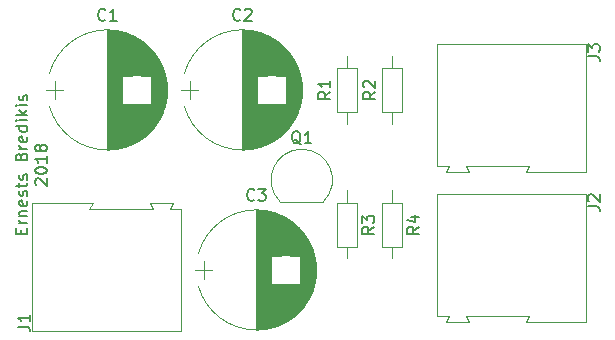
<source format=gbr>
G04 #@! TF.FileFunction,Legend,Top*
%FSLAX46Y46*%
G04 Gerber Fmt 4.6, Leading zero omitted, Abs format (unit mm)*
G04 Created by KiCad (PCBNEW 4.0.7) date 05/02/18 11:03:43*
%MOMM*%
%LPD*%
G01*
G04 APERTURE LIST*
%ADD10C,0.100000*%
%ADD11C,0.150000*%
%ADD12C,0.120000*%
%ADD13C,1.800000*%
%ADD14O,1.800000X1.800000*%
%ADD15R,2.400000X2.400000*%
%ADD16C,2.400000*%
%ADD17C,1.400000*%
%ADD18R,1.400000X1.400000*%
%ADD19R,4.360000X2.380000*%
%ADD20O,4.360000X2.380000*%
G04 APERTURE END LIST*
D10*
D11*
X121023571Y-109997144D02*
X121023571Y-109663810D01*
X121547381Y-109520953D02*
X121547381Y-109997144D01*
X120547381Y-109997144D01*
X120547381Y-109520953D01*
X121547381Y-109092382D02*
X120880714Y-109092382D01*
X121071190Y-109092382D02*
X120975952Y-109044763D01*
X120928333Y-108997144D01*
X120880714Y-108901906D01*
X120880714Y-108806667D01*
X120880714Y-108473334D02*
X121547381Y-108473334D01*
X120975952Y-108473334D02*
X120928333Y-108425715D01*
X120880714Y-108330477D01*
X120880714Y-108187619D01*
X120928333Y-108092381D01*
X121023571Y-108044762D01*
X121547381Y-108044762D01*
X121499762Y-107187619D02*
X121547381Y-107282857D01*
X121547381Y-107473334D01*
X121499762Y-107568572D01*
X121404524Y-107616191D01*
X121023571Y-107616191D01*
X120928333Y-107568572D01*
X120880714Y-107473334D01*
X120880714Y-107282857D01*
X120928333Y-107187619D01*
X121023571Y-107140000D01*
X121118810Y-107140000D01*
X121214048Y-107616191D01*
X121499762Y-106759048D02*
X121547381Y-106663810D01*
X121547381Y-106473334D01*
X121499762Y-106378095D01*
X121404524Y-106330476D01*
X121356905Y-106330476D01*
X121261667Y-106378095D01*
X121214048Y-106473334D01*
X121214048Y-106616191D01*
X121166429Y-106711429D01*
X121071190Y-106759048D01*
X121023571Y-106759048D01*
X120928333Y-106711429D01*
X120880714Y-106616191D01*
X120880714Y-106473334D01*
X120928333Y-106378095D01*
X120880714Y-106044762D02*
X120880714Y-105663810D01*
X120547381Y-105901905D02*
X121404524Y-105901905D01*
X121499762Y-105854286D01*
X121547381Y-105759048D01*
X121547381Y-105663810D01*
X121499762Y-105378095D02*
X121547381Y-105282857D01*
X121547381Y-105092381D01*
X121499762Y-104997142D01*
X121404524Y-104949523D01*
X121356905Y-104949523D01*
X121261667Y-104997142D01*
X121214048Y-105092381D01*
X121214048Y-105235238D01*
X121166429Y-105330476D01*
X121071190Y-105378095D01*
X121023571Y-105378095D01*
X120928333Y-105330476D01*
X120880714Y-105235238D01*
X120880714Y-105092381D01*
X120928333Y-104997142D01*
X121023571Y-103425713D02*
X121071190Y-103282856D01*
X121118810Y-103235237D01*
X121214048Y-103187618D01*
X121356905Y-103187618D01*
X121452143Y-103235237D01*
X121499762Y-103282856D01*
X121547381Y-103378094D01*
X121547381Y-103759047D01*
X120547381Y-103759047D01*
X120547381Y-103425713D01*
X120595000Y-103330475D01*
X120642619Y-103282856D01*
X120737857Y-103235237D01*
X120833095Y-103235237D01*
X120928333Y-103282856D01*
X120975952Y-103330475D01*
X121023571Y-103425713D01*
X121023571Y-103759047D01*
X121547381Y-102759047D02*
X120880714Y-102759047D01*
X121071190Y-102759047D02*
X120975952Y-102711428D01*
X120928333Y-102663809D01*
X120880714Y-102568571D01*
X120880714Y-102473332D01*
X121499762Y-101759046D02*
X121547381Y-101854284D01*
X121547381Y-102044761D01*
X121499762Y-102139999D01*
X121404524Y-102187618D01*
X121023571Y-102187618D01*
X120928333Y-102139999D01*
X120880714Y-102044761D01*
X120880714Y-101854284D01*
X120928333Y-101759046D01*
X121023571Y-101711427D01*
X121118810Y-101711427D01*
X121214048Y-102187618D01*
X121547381Y-100854284D02*
X120547381Y-100854284D01*
X121499762Y-100854284D02*
X121547381Y-100949522D01*
X121547381Y-101139999D01*
X121499762Y-101235237D01*
X121452143Y-101282856D01*
X121356905Y-101330475D01*
X121071190Y-101330475D01*
X120975952Y-101282856D01*
X120928333Y-101235237D01*
X120880714Y-101139999D01*
X120880714Y-100949522D01*
X120928333Y-100854284D01*
X121547381Y-100378094D02*
X120880714Y-100378094D01*
X120547381Y-100378094D02*
X120595000Y-100425713D01*
X120642619Y-100378094D01*
X120595000Y-100330475D01*
X120547381Y-100378094D01*
X120642619Y-100378094D01*
X121547381Y-99901904D02*
X120547381Y-99901904D01*
X121166429Y-99806666D02*
X121547381Y-99520951D01*
X120880714Y-99520951D02*
X121261667Y-99901904D01*
X121547381Y-99092380D02*
X120880714Y-99092380D01*
X120547381Y-99092380D02*
X120595000Y-99139999D01*
X120642619Y-99092380D01*
X120595000Y-99044761D01*
X120547381Y-99092380D01*
X120642619Y-99092380D01*
X121499762Y-98663809D02*
X121547381Y-98568571D01*
X121547381Y-98378095D01*
X121499762Y-98282856D01*
X121404524Y-98235237D01*
X121356905Y-98235237D01*
X121261667Y-98282856D01*
X121214048Y-98378095D01*
X121214048Y-98520952D01*
X121166429Y-98616190D01*
X121071190Y-98663809D01*
X121023571Y-98663809D01*
X120928333Y-98616190D01*
X120880714Y-98520952D01*
X120880714Y-98378095D01*
X120928333Y-98282856D01*
X122292619Y-105854286D02*
X122245000Y-105806667D01*
X122197381Y-105711429D01*
X122197381Y-105473333D01*
X122245000Y-105378095D01*
X122292619Y-105330476D01*
X122387857Y-105282857D01*
X122483095Y-105282857D01*
X122625952Y-105330476D01*
X123197381Y-105901905D01*
X123197381Y-105282857D01*
X122197381Y-104663810D02*
X122197381Y-104568571D01*
X122245000Y-104473333D01*
X122292619Y-104425714D01*
X122387857Y-104378095D01*
X122578333Y-104330476D01*
X122816429Y-104330476D01*
X123006905Y-104378095D01*
X123102143Y-104425714D01*
X123149762Y-104473333D01*
X123197381Y-104568571D01*
X123197381Y-104663810D01*
X123149762Y-104759048D01*
X123102143Y-104806667D01*
X123006905Y-104854286D01*
X122816429Y-104901905D01*
X122578333Y-104901905D01*
X122387857Y-104854286D01*
X122292619Y-104806667D01*
X122245000Y-104759048D01*
X122197381Y-104663810D01*
X123197381Y-103378095D02*
X123197381Y-103949524D01*
X123197381Y-103663810D02*
X122197381Y-103663810D01*
X122340238Y-103759048D01*
X122435476Y-103854286D01*
X122483095Y-103949524D01*
X122625952Y-102806667D02*
X122578333Y-102901905D01*
X122530714Y-102949524D01*
X122435476Y-102997143D01*
X122387857Y-102997143D01*
X122292619Y-102949524D01*
X122245000Y-102901905D01*
X122197381Y-102806667D01*
X122197381Y-102616190D01*
X122245000Y-102520952D01*
X122292619Y-102473333D01*
X122387857Y-102425714D01*
X122435476Y-102425714D01*
X122530714Y-102473333D01*
X122578333Y-102520952D01*
X122625952Y-102616190D01*
X122625952Y-102806667D01*
X122673571Y-102901905D01*
X122721190Y-102949524D01*
X122816429Y-102997143D01*
X123006905Y-102997143D01*
X123102143Y-102949524D01*
X123149762Y-102901905D01*
X123197381Y-102806667D01*
X123197381Y-102616190D01*
X123149762Y-102520952D01*
X123102143Y-102473333D01*
X123006905Y-102425714D01*
X122816429Y-102425714D01*
X122721190Y-102473333D01*
X122673571Y-102520952D01*
X122625952Y-102616190D01*
D12*
X147730000Y-99650000D02*
X149450000Y-99650000D01*
X149450000Y-99650000D02*
X149450000Y-95930000D01*
X149450000Y-95930000D02*
X147730000Y-95930000D01*
X147730000Y-95930000D02*
X147730000Y-99650000D01*
X148590000Y-100720000D02*
X148590000Y-99650000D01*
X148590000Y-94860000D02*
X148590000Y-95930000D01*
X133208437Y-96406736D02*
G75*
G03X123410643Y-96410000I-4898437J-1383264D01*
G01*
X133208437Y-99173264D02*
G75*
G02X123410643Y-99170000I-4898437J1383264D01*
G01*
X133208437Y-99173264D02*
G75*
G03X133209357Y-96410000I-4898437J1383264D01*
G01*
X128310000Y-92740000D02*
X128310000Y-102840000D01*
X128350000Y-92740000D02*
X128350000Y-102840000D01*
X128390000Y-92740000D02*
X128390000Y-102840000D01*
X128430000Y-92741000D02*
X128430000Y-102839000D01*
X128470000Y-92742000D02*
X128470000Y-102838000D01*
X128510000Y-92743000D02*
X128510000Y-102837000D01*
X128550000Y-92745000D02*
X128550000Y-102835000D01*
X128590000Y-92747000D02*
X128590000Y-102833000D01*
X128630000Y-92750000D02*
X128630000Y-102830000D01*
X128670000Y-92752000D02*
X128670000Y-102828000D01*
X128710000Y-92755000D02*
X128710000Y-102825000D01*
X128750000Y-92759000D02*
X128750000Y-102821000D01*
X128790000Y-92762000D02*
X128790000Y-102818000D01*
X128830000Y-92766000D02*
X128830000Y-102814000D01*
X128870000Y-92770000D02*
X128870000Y-102810000D01*
X128910000Y-92775000D02*
X128910000Y-102805000D01*
X128950000Y-92780000D02*
X128950000Y-102800000D01*
X128990000Y-92785000D02*
X128990000Y-102795000D01*
X129031000Y-92791000D02*
X129031000Y-102789000D01*
X129071000Y-92797000D02*
X129071000Y-102783000D01*
X129111000Y-92803000D02*
X129111000Y-102777000D01*
X129151000Y-92809000D02*
X129151000Y-102771000D01*
X129191000Y-92816000D02*
X129191000Y-102764000D01*
X129231000Y-92823000D02*
X129231000Y-102757000D01*
X129271000Y-92831000D02*
X129271000Y-102749000D01*
X129311000Y-92839000D02*
X129311000Y-102741000D01*
X129351000Y-92847000D02*
X129351000Y-102733000D01*
X129391000Y-92855000D02*
X129391000Y-102725000D01*
X129431000Y-92864000D02*
X129431000Y-102716000D01*
X129471000Y-92873000D02*
X129471000Y-102707000D01*
X129511000Y-92883000D02*
X129511000Y-102697000D01*
X129551000Y-92893000D02*
X129551000Y-102687000D01*
X129591000Y-92903000D02*
X129591000Y-102677000D01*
X129631000Y-92914000D02*
X129631000Y-96609000D01*
X129631000Y-98971000D02*
X129631000Y-102666000D01*
X129671000Y-92925000D02*
X129671000Y-96609000D01*
X129671000Y-98971000D02*
X129671000Y-102655000D01*
X129711000Y-92936000D02*
X129711000Y-96609000D01*
X129711000Y-98971000D02*
X129711000Y-102644000D01*
X129751000Y-92947000D02*
X129751000Y-96609000D01*
X129751000Y-98971000D02*
X129751000Y-102633000D01*
X129791000Y-92959000D02*
X129791000Y-96609000D01*
X129791000Y-98971000D02*
X129791000Y-102621000D01*
X129831000Y-92972000D02*
X129831000Y-96609000D01*
X129831000Y-98971000D02*
X129831000Y-102608000D01*
X129871000Y-92984000D02*
X129871000Y-96609000D01*
X129871000Y-98971000D02*
X129871000Y-102596000D01*
X129911000Y-92998000D02*
X129911000Y-96609000D01*
X129911000Y-98971000D02*
X129911000Y-102582000D01*
X129951000Y-93011000D02*
X129951000Y-96609000D01*
X129951000Y-98971000D02*
X129951000Y-102569000D01*
X129991000Y-93025000D02*
X129991000Y-96609000D01*
X129991000Y-98971000D02*
X129991000Y-102555000D01*
X130031000Y-93039000D02*
X130031000Y-96609000D01*
X130031000Y-98971000D02*
X130031000Y-102541000D01*
X130071000Y-93053000D02*
X130071000Y-96609000D01*
X130071000Y-98971000D02*
X130071000Y-102527000D01*
X130111000Y-93068000D02*
X130111000Y-96609000D01*
X130111000Y-98971000D02*
X130111000Y-102512000D01*
X130151000Y-93084000D02*
X130151000Y-96609000D01*
X130151000Y-98971000D02*
X130151000Y-102496000D01*
X130191000Y-93099000D02*
X130191000Y-96609000D01*
X130191000Y-98971000D02*
X130191000Y-102481000D01*
X130231000Y-93116000D02*
X130231000Y-96609000D01*
X130231000Y-98971000D02*
X130231000Y-102464000D01*
X130271000Y-93132000D02*
X130271000Y-96609000D01*
X130271000Y-98971000D02*
X130271000Y-102448000D01*
X130311000Y-93149000D02*
X130311000Y-96609000D01*
X130311000Y-98971000D02*
X130311000Y-102431000D01*
X130351000Y-93166000D02*
X130351000Y-96609000D01*
X130351000Y-98971000D02*
X130351000Y-102414000D01*
X130391000Y-93184000D02*
X130391000Y-96609000D01*
X130391000Y-98971000D02*
X130391000Y-102396000D01*
X130431000Y-93202000D02*
X130431000Y-96609000D01*
X130431000Y-98971000D02*
X130431000Y-102378000D01*
X130471000Y-93221000D02*
X130471000Y-96609000D01*
X130471000Y-98971000D02*
X130471000Y-102359000D01*
X130511000Y-93240000D02*
X130511000Y-96609000D01*
X130511000Y-98971000D02*
X130511000Y-102340000D01*
X130551000Y-93259000D02*
X130551000Y-96609000D01*
X130551000Y-98971000D02*
X130551000Y-102321000D01*
X130591000Y-93279000D02*
X130591000Y-96609000D01*
X130591000Y-98971000D02*
X130591000Y-102301000D01*
X130631000Y-93299000D02*
X130631000Y-96609000D01*
X130631000Y-98971000D02*
X130631000Y-102281000D01*
X130671000Y-93320000D02*
X130671000Y-96609000D01*
X130671000Y-98971000D02*
X130671000Y-102260000D01*
X130711000Y-93341000D02*
X130711000Y-96609000D01*
X130711000Y-98971000D02*
X130711000Y-102239000D01*
X130751000Y-93362000D02*
X130751000Y-96609000D01*
X130751000Y-98971000D02*
X130751000Y-102218000D01*
X130791000Y-93385000D02*
X130791000Y-96609000D01*
X130791000Y-98971000D02*
X130791000Y-102195000D01*
X130831000Y-93407000D02*
X130831000Y-96609000D01*
X130831000Y-98971000D02*
X130831000Y-102173000D01*
X130871000Y-93430000D02*
X130871000Y-96609000D01*
X130871000Y-98971000D02*
X130871000Y-102150000D01*
X130911000Y-93454000D02*
X130911000Y-96609000D01*
X130911000Y-98971000D02*
X130911000Y-102126000D01*
X130951000Y-93478000D02*
X130951000Y-96609000D01*
X130951000Y-98971000D02*
X130951000Y-102102000D01*
X130991000Y-93502000D02*
X130991000Y-96609000D01*
X130991000Y-98971000D02*
X130991000Y-102078000D01*
X131031000Y-93527000D02*
X131031000Y-96609000D01*
X131031000Y-98971000D02*
X131031000Y-102053000D01*
X131071000Y-93553000D02*
X131071000Y-96609000D01*
X131071000Y-98971000D02*
X131071000Y-102027000D01*
X131111000Y-93579000D02*
X131111000Y-96609000D01*
X131111000Y-98971000D02*
X131111000Y-102001000D01*
X131151000Y-93605000D02*
X131151000Y-96609000D01*
X131151000Y-98971000D02*
X131151000Y-101975000D01*
X131191000Y-93633000D02*
X131191000Y-96609000D01*
X131191000Y-98971000D02*
X131191000Y-101947000D01*
X131231000Y-93660000D02*
X131231000Y-96609000D01*
X131231000Y-98971000D02*
X131231000Y-101920000D01*
X131271000Y-93689000D02*
X131271000Y-96609000D01*
X131271000Y-98971000D02*
X131271000Y-101891000D01*
X131311000Y-93718000D02*
X131311000Y-96609000D01*
X131311000Y-98971000D02*
X131311000Y-101862000D01*
X131351000Y-93747000D02*
X131351000Y-96609000D01*
X131351000Y-98971000D02*
X131351000Y-101833000D01*
X131391000Y-93777000D02*
X131391000Y-96609000D01*
X131391000Y-98971000D02*
X131391000Y-101803000D01*
X131431000Y-93808000D02*
X131431000Y-96609000D01*
X131431000Y-98971000D02*
X131431000Y-101772000D01*
X131471000Y-93839000D02*
X131471000Y-96609000D01*
X131471000Y-98971000D02*
X131471000Y-101741000D01*
X131511000Y-93871000D02*
X131511000Y-96609000D01*
X131511000Y-98971000D02*
X131511000Y-101709000D01*
X131551000Y-93904000D02*
X131551000Y-96609000D01*
X131551000Y-98971000D02*
X131551000Y-101676000D01*
X131591000Y-93937000D02*
X131591000Y-96609000D01*
X131591000Y-98971000D02*
X131591000Y-101643000D01*
X131631000Y-93971000D02*
X131631000Y-96609000D01*
X131631000Y-98971000D02*
X131631000Y-101609000D01*
X131671000Y-94006000D02*
X131671000Y-96609000D01*
X131671000Y-98971000D02*
X131671000Y-101574000D01*
X131711000Y-94042000D02*
X131711000Y-96609000D01*
X131711000Y-98971000D02*
X131711000Y-101538000D01*
X131751000Y-94078000D02*
X131751000Y-96609000D01*
X131751000Y-98971000D02*
X131751000Y-101502000D01*
X131791000Y-94115000D02*
X131791000Y-96609000D01*
X131791000Y-98971000D02*
X131791000Y-101465000D01*
X131831000Y-94153000D02*
X131831000Y-96609000D01*
X131831000Y-98971000D02*
X131831000Y-101427000D01*
X131871000Y-94192000D02*
X131871000Y-96609000D01*
X131871000Y-98971000D02*
X131871000Y-101388000D01*
X131911000Y-94231000D02*
X131911000Y-96609000D01*
X131911000Y-98971000D02*
X131911000Y-101349000D01*
X131951000Y-94272000D02*
X131951000Y-96609000D01*
X131951000Y-98971000D02*
X131951000Y-101308000D01*
X131991000Y-94313000D02*
X131991000Y-101267000D01*
X132031000Y-94355000D02*
X132031000Y-101225000D01*
X132071000Y-94399000D02*
X132071000Y-101181000D01*
X132111000Y-94443000D02*
X132111000Y-101137000D01*
X132151000Y-94488000D02*
X132151000Y-101092000D01*
X132191000Y-94535000D02*
X132191000Y-101045000D01*
X132231000Y-94583000D02*
X132231000Y-100997000D01*
X132271000Y-94632000D02*
X132271000Y-100948000D01*
X132311000Y-94682000D02*
X132311000Y-100898000D01*
X132351000Y-94733000D02*
X132351000Y-100847000D01*
X132391000Y-94786000D02*
X132391000Y-100794000D01*
X132431000Y-94841000D02*
X132431000Y-100739000D01*
X132471000Y-94896000D02*
X132471000Y-100684000D01*
X132511000Y-94954000D02*
X132511000Y-100626000D01*
X132551000Y-95013000D02*
X132551000Y-100567000D01*
X132591000Y-95075000D02*
X132591000Y-100505000D01*
X132631000Y-95138000D02*
X132631000Y-100442000D01*
X132671000Y-95203000D02*
X132671000Y-100377000D01*
X132711000Y-95271000D02*
X132711000Y-100309000D01*
X132751000Y-95341000D02*
X132751000Y-100239000D01*
X132791000Y-95413000D02*
X132791000Y-100167000D01*
X132831000Y-95489000D02*
X132831000Y-100091000D01*
X132871000Y-95568000D02*
X132871000Y-100012000D01*
X132911000Y-95650000D02*
X132911000Y-99930000D01*
X132951000Y-95737000D02*
X132951000Y-99843000D01*
X132991000Y-95828000D02*
X132991000Y-99752000D01*
X133031000Y-95924000D02*
X133031000Y-99656000D01*
X133071000Y-96027000D02*
X133071000Y-99553000D01*
X133111000Y-96136000D02*
X133111000Y-99444000D01*
X133151000Y-96254000D02*
X133151000Y-99326000D01*
X133191000Y-96383000D02*
X133191000Y-99197000D01*
X133231000Y-96525000D02*
X133231000Y-99055000D01*
X133271000Y-96686000D02*
X133271000Y-98894000D01*
X133311000Y-96877000D02*
X133311000Y-98703000D01*
X133351000Y-97118000D02*
X133351000Y-98462000D01*
X133391000Y-97511000D02*
X133391000Y-98069000D01*
X123110000Y-97790000D02*
X124610000Y-97790000D01*
X123860000Y-97040000D02*
X123860000Y-98540000D01*
X142980000Y-107260000D02*
X146580000Y-107260000D01*
X142941522Y-107248478D02*
G75*
G02X144780000Y-102810000I1838478J1838478D01*
G01*
X146618478Y-107248478D02*
G75*
G03X144780000Y-102810000I-1838478J1838478D01*
G01*
X144638437Y-96406736D02*
G75*
G03X134840643Y-96410000I-4898437J-1383264D01*
G01*
X144638437Y-99173264D02*
G75*
G02X134840643Y-99170000I-4898437J1383264D01*
G01*
X144638437Y-99173264D02*
G75*
G03X144639357Y-96410000I-4898437J1383264D01*
G01*
X139740000Y-92740000D02*
X139740000Y-102840000D01*
X139780000Y-92740000D02*
X139780000Y-102840000D01*
X139820000Y-92740000D02*
X139820000Y-102840000D01*
X139860000Y-92741000D02*
X139860000Y-102839000D01*
X139900000Y-92742000D02*
X139900000Y-102838000D01*
X139940000Y-92743000D02*
X139940000Y-102837000D01*
X139980000Y-92745000D02*
X139980000Y-102835000D01*
X140020000Y-92747000D02*
X140020000Y-102833000D01*
X140060000Y-92750000D02*
X140060000Y-102830000D01*
X140100000Y-92752000D02*
X140100000Y-102828000D01*
X140140000Y-92755000D02*
X140140000Y-102825000D01*
X140180000Y-92759000D02*
X140180000Y-102821000D01*
X140220000Y-92762000D02*
X140220000Y-102818000D01*
X140260000Y-92766000D02*
X140260000Y-102814000D01*
X140300000Y-92770000D02*
X140300000Y-102810000D01*
X140340000Y-92775000D02*
X140340000Y-102805000D01*
X140380000Y-92780000D02*
X140380000Y-102800000D01*
X140420000Y-92785000D02*
X140420000Y-102795000D01*
X140461000Y-92791000D02*
X140461000Y-102789000D01*
X140501000Y-92797000D02*
X140501000Y-102783000D01*
X140541000Y-92803000D02*
X140541000Y-102777000D01*
X140581000Y-92809000D02*
X140581000Y-102771000D01*
X140621000Y-92816000D02*
X140621000Y-102764000D01*
X140661000Y-92823000D02*
X140661000Y-102757000D01*
X140701000Y-92831000D02*
X140701000Y-102749000D01*
X140741000Y-92839000D02*
X140741000Y-102741000D01*
X140781000Y-92847000D02*
X140781000Y-102733000D01*
X140821000Y-92855000D02*
X140821000Y-102725000D01*
X140861000Y-92864000D02*
X140861000Y-102716000D01*
X140901000Y-92873000D02*
X140901000Y-102707000D01*
X140941000Y-92883000D02*
X140941000Y-102697000D01*
X140981000Y-92893000D02*
X140981000Y-102687000D01*
X141021000Y-92903000D02*
X141021000Y-102677000D01*
X141061000Y-92914000D02*
X141061000Y-96609000D01*
X141061000Y-98971000D02*
X141061000Y-102666000D01*
X141101000Y-92925000D02*
X141101000Y-96609000D01*
X141101000Y-98971000D02*
X141101000Y-102655000D01*
X141141000Y-92936000D02*
X141141000Y-96609000D01*
X141141000Y-98971000D02*
X141141000Y-102644000D01*
X141181000Y-92947000D02*
X141181000Y-96609000D01*
X141181000Y-98971000D02*
X141181000Y-102633000D01*
X141221000Y-92959000D02*
X141221000Y-96609000D01*
X141221000Y-98971000D02*
X141221000Y-102621000D01*
X141261000Y-92972000D02*
X141261000Y-96609000D01*
X141261000Y-98971000D02*
X141261000Y-102608000D01*
X141301000Y-92984000D02*
X141301000Y-96609000D01*
X141301000Y-98971000D02*
X141301000Y-102596000D01*
X141341000Y-92998000D02*
X141341000Y-96609000D01*
X141341000Y-98971000D02*
X141341000Y-102582000D01*
X141381000Y-93011000D02*
X141381000Y-96609000D01*
X141381000Y-98971000D02*
X141381000Y-102569000D01*
X141421000Y-93025000D02*
X141421000Y-96609000D01*
X141421000Y-98971000D02*
X141421000Y-102555000D01*
X141461000Y-93039000D02*
X141461000Y-96609000D01*
X141461000Y-98971000D02*
X141461000Y-102541000D01*
X141501000Y-93053000D02*
X141501000Y-96609000D01*
X141501000Y-98971000D02*
X141501000Y-102527000D01*
X141541000Y-93068000D02*
X141541000Y-96609000D01*
X141541000Y-98971000D02*
X141541000Y-102512000D01*
X141581000Y-93084000D02*
X141581000Y-96609000D01*
X141581000Y-98971000D02*
X141581000Y-102496000D01*
X141621000Y-93099000D02*
X141621000Y-96609000D01*
X141621000Y-98971000D02*
X141621000Y-102481000D01*
X141661000Y-93116000D02*
X141661000Y-96609000D01*
X141661000Y-98971000D02*
X141661000Y-102464000D01*
X141701000Y-93132000D02*
X141701000Y-96609000D01*
X141701000Y-98971000D02*
X141701000Y-102448000D01*
X141741000Y-93149000D02*
X141741000Y-96609000D01*
X141741000Y-98971000D02*
X141741000Y-102431000D01*
X141781000Y-93166000D02*
X141781000Y-96609000D01*
X141781000Y-98971000D02*
X141781000Y-102414000D01*
X141821000Y-93184000D02*
X141821000Y-96609000D01*
X141821000Y-98971000D02*
X141821000Y-102396000D01*
X141861000Y-93202000D02*
X141861000Y-96609000D01*
X141861000Y-98971000D02*
X141861000Y-102378000D01*
X141901000Y-93221000D02*
X141901000Y-96609000D01*
X141901000Y-98971000D02*
X141901000Y-102359000D01*
X141941000Y-93240000D02*
X141941000Y-96609000D01*
X141941000Y-98971000D02*
X141941000Y-102340000D01*
X141981000Y-93259000D02*
X141981000Y-96609000D01*
X141981000Y-98971000D02*
X141981000Y-102321000D01*
X142021000Y-93279000D02*
X142021000Y-96609000D01*
X142021000Y-98971000D02*
X142021000Y-102301000D01*
X142061000Y-93299000D02*
X142061000Y-96609000D01*
X142061000Y-98971000D02*
X142061000Y-102281000D01*
X142101000Y-93320000D02*
X142101000Y-96609000D01*
X142101000Y-98971000D02*
X142101000Y-102260000D01*
X142141000Y-93341000D02*
X142141000Y-96609000D01*
X142141000Y-98971000D02*
X142141000Y-102239000D01*
X142181000Y-93362000D02*
X142181000Y-96609000D01*
X142181000Y-98971000D02*
X142181000Y-102218000D01*
X142221000Y-93385000D02*
X142221000Y-96609000D01*
X142221000Y-98971000D02*
X142221000Y-102195000D01*
X142261000Y-93407000D02*
X142261000Y-96609000D01*
X142261000Y-98971000D02*
X142261000Y-102173000D01*
X142301000Y-93430000D02*
X142301000Y-96609000D01*
X142301000Y-98971000D02*
X142301000Y-102150000D01*
X142341000Y-93454000D02*
X142341000Y-96609000D01*
X142341000Y-98971000D02*
X142341000Y-102126000D01*
X142381000Y-93478000D02*
X142381000Y-96609000D01*
X142381000Y-98971000D02*
X142381000Y-102102000D01*
X142421000Y-93502000D02*
X142421000Y-96609000D01*
X142421000Y-98971000D02*
X142421000Y-102078000D01*
X142461000Y-93527000D02*
X142461000Y-96609000D01*
X142461000Y-98971000D02*
X142461000Y-102053000D01*
X142501000Y-93553000D02*
X142501000Y-96609000D01*
X142501000Y-98971000D02*
X142501000Y-102027000D01*
X142541000Y-93579000D02*
X142541000Y-96609000D01*
X142541000Y-98971000D02*
X142541000Y-102001000D01*
X142581000Y-93605000D02*
X142581000Y-96609000D01*
X142581000Y-98971000D02*
X142581000Y-101975000D01*
X142621000Y-93633000D02*
X142621000Y-96609000D01*
X142621000Y-98971000D02*
X142621000Y-101947000D01*
X142661000Y-93660000D02*
X142661000Y-96609000D01*
X142661000Y-98971000D02*
X142661000Y-101920000D01*
X142701000Y-93689000D02*
X142701000Y-96609000D01*
X142701000Y-98971000D02*
X142701000Y-101891000D01*
X142741000Y-93718000D02*
X142741000Y-96609000D01*
X142741000Y-98971000D02*
X142741000Y-101862000D01*
X142781000Y-93747000D02*
X142781000Y-96609000D01*
X142781000Y-98971000D02*
X142781000Y-101833000D01*
X142821000Y-93777000D02*
X142821000Y-96609000D01*
X142821000Y-98971000D02*
X142821000Y-101803000D01*
X142861000Y-93808000D02*
X142861000Y-96609000D01*
X142861000Y-98971000D02*
X142861000Y-101772000D01*
X142901000Y-93839000D02*
X142901000Y-96609000D01*
X142901000Y-98971000D02*
X142901000Y-101741000D01*
X142941000Y-93871000D02*
X142941000Y-96609000D01*
X142941000Y-98971000D02*
X142941000Y-101709000D01*
X142981000Y-93904000D02*
X142981000Y-96609000D01*
X142981000Y-98971000D02*
X142981000Y-101676000D01*
X143021000Y-93937000D02*
X143021000Y-96609000D01*
X143021000Y-98971000D02*
X143021000Y-101643000D01*
X143061000Y-93971000D02*
X143061000Y-96609000D01*
X143061000Y-98971000D02*
X143061000Y-101609000D01*
X143101000Y-94006000D02*
X143101000Y-96609000D01*
X143101000Y-98971000D02*
X143101000Y-101574000D01*
X143141000Y-94042000D02*
X143141000Y-96609000D01*
X143141000Y-98971000D02*
X143141000Y-101538000D01*
X143181000Y-94078000D02*
X143181000Y-96609000D01*
X143181000Y-98971000D02*
X143181000Y-101502000D01*
X143221000Y-94115000D02*
X143221000Y-96609000D01*
X143221000Y-98971000D02*
X143221000Y-101465000D01*
X143261000Y-94153000D02*
X143261000Y-96609000D01*
X143261000Y-98971000D02*
X143261000Y-101427000D01*
X143301000Y-94192000D02*
X143301000Y-96609000D01*
X143301000Y-98971000D02*
X143301000Y-101388000D01*
X143341000Y-94231000D02*
X143341000Y-96609000D01*
X143341000Y-98971000D02*
X143341000Y-101349000D01*
X143381000Y-94272000D02*
X143381000Y-96609000D01*
X143381000Y-98971000D02*
X143381000Y-101308000D01*
X143421000Y-94313000D02*
X143421000Y-101267000D01*
X143461000Y-94355000D02*
X143461000Y-101225000D01*
X143501000Y-94399000D02*
X143501000Y-101181000D01*
X143541000Y-94443000D02*
X143541000Y-101137000D01*
X143581000Y-94488000D02*
X143581000Y-101092000D01*
X143621000Y-94535000D02*
X143621000Y-101045000D01*
X143661000Y-94583000D02*
X143661000Y-100997000D01*
X143701000Y-94632000D02*
X143701000Y-100948000D01*
X143741000Y-94682000D02*
X143741000Y-100898000D01*
X143781000Y-94733000D02*
X143781000Y-100847000D01*
X143821000Y-94786000D02*
X143821000Y-100794000D01*
X143861000Y-94841000D02*
X143861000Y-100739000D01*
X143901000Y-94896000D02*
X143901000Y-100684000D01*
X143941000Y-94954000D02*
X143941000Y-100626000D01*
X143981000Y-95013000D02*
X143981000Y-100567000D01*
X144021000Y-95075000D02*
X144021000Y-100505000D01*
X144061000Y-95138000D02*
X144061000Y-100442000D01*
X144101000Y-95203000D02*
X144101000Y-100377000D01*
X144141000Y-95271000D02*
X144141000Y-100309000D01*
X144181000Y-95341000D02*
X144181000Y-100239000D01*
X144221000Y-95413000D02*
X144221000Y-100167000D01*
X144261000Y-95489000D02*
X144261000Y-100091000D01*
X144301000Y-95568000D02*
X144301000Y-100012000D01*
X144341000Y-95650000D02*
X144341000Y-99930000D01*
X144381000Y-95737000D02*
X144381000Y-99843000D01*
X144421000Y-95828000D02*
X144421000Y-99752000D01*
X144461000Y-95924000D02*
X144461000Y-99656000D01*
X144501000Y-96027000D02*
X144501000Y-99553000D01*
X144541000Y-96136000D02*
X144541000Y-99444000D01*
X144581000Y-96254000D02*
X144581000Y-99326000D01*
X144621000Y-96383000D02*
X144621000Y-99197000D01*
X144661000Y-96525000D02*
X144661000Y-99055000D01*
X144701000Y-96686000D02*
X144701000Y-98894000D01*
X144741000Y-96877000D02*
X144741000Y-98703000D01*
X144781000Y-97118000D02*
X144781000Y-98462000D01*
X144821000Y-97511000D02*
X144821000Y-98069000D01*
X134540000Y-97790000D02*
X136040000Y-97790000D01*
X135290000Y-97040000D02*
X135290000Y-98540000D01*
X168860000Y-93870000D02*
X156260000Y-93870000D01*
X156260000Y-93870000D02*
X156260000Y-104220000D01*
X156260000Y-104220000D02*
X157210000Y-104220000D01*
X157210000Y-104220000D02*
X156960000Y-104720000D01*
X156960000Y-104720000D02*
X158860000Y-104720000D01*
X158860000Y-104720000D02*
X158910000Y-104720000D01*
X158910000Y-104720000D02*
X158660000Y-104220000D01*
X158660000Y-104220000D02*
X164060000Y-104220000D01*
X164060000Y-104220000D02*
X163760000Y-104720000D01*
X163760000Y-104720000D02*
X168860000Y-104720000D01*
X168860000Y-104720000D02*
X168860000Y-93870000D01*
X145828437Y-111646736D02*
G75*
G03X136030643Y-111650000I-4898437J-1383264D01*
G01*
X145828437Y-114413264D02*
G75*
G02X136030643Y-114410000I-4898437J1383264D01*
G01*
X145828437Y-114413264D02*
G75*
G03X145829357Y-111650000I-4898437J1383264D01*
G01*
X140930000Y-107980000D02*
X140930000Y-118080000D01*
X140970000Y-107980000D02*
X140970000Y-118080000D01*
X141010000Y-107980000D02*
X141010000Y-118080000D01*
X141050000Y-107981000D02*
X141050000Y-118079000D01*
X141090000Y-107982000D02*
X141090000Y-118078000D01*
X141130000Y-107983000D02*
X141130000Y-118077000D01*
X141170000Y-107985000D02*
X141170000Y-118075000D01*
X141210000Y-107987000D02*
X141210000Y-118073000D01*
X141250000Y-107990000D02*
X141250000Y-118070000D01*
X141290000Y-107992000D02*
X141290000Y-118068000D01*
X141330000Y-107995000D02*
X141330000Y-118065000D01*
X141370000Y-107999000D02*
X141370000Y-118061000D01*
X141410000Y-108002000D02*
X141410000Y-118058000D01*
X141450000Y-108006000D02*
X141450000Y-118054000D01*
X141490000Y-108010000D02*
X141490000Y-118050000D01*
X141530000Y-108015000D02*
X141530000Y-118045000D01*
X141570000Y-108020000D02*
X141570000Y-118040000D01*
X141610000Y-108025000D02*
X141610000Y-118035000D01*
X141651000Y-108031000D02*
X141651000Y-118029000D01*
X141691000Y-108037000D02*
X141691000Y-118023000D01*
X141731000Y-108043000D02*
X141731000Y-118017000D01*
X141771000Y-108049000D02*
X141771000Y-118011000D01*
X141811000Y-108056000D02*
X141811000Y-118004000D01*
X141851000Y-108063000D02*
X141851000Y-117997000D01*
X141891000Y-108071000D02*
X141891000Y-117989000D01*
X141931000Y-108079000D02*
X141931000Y-117981000D01*
X141971000Y-108087000D02*
X141971000Y-117973000D01*
X142011000Y-108095000D02*
X142011000Y-117965000D01*
X142051000Y-108104000D02*
X142051000Y-117956000D01*
X142091000Y-108113000D02*
X142091000Y-117947000D01*
X142131000Y-108123000D02*
X142131000Y-117937000D01*
X142171000Y-108133000D02*
X142171000Y-117927000D01*
X142211000Y-108143000D02*
X142211000Y-117917000D01*
X142251000Y-108154000D02*
X142251000Y-111849000D01*
X142251000Y-114211000D02*
X142251000Y-117906000D01*
X142291000Y-108165000D02*
X142291000Y-111849000D01*
X142291000Y-114211000D02*
X142291000Y-117895000D01*
X142331000Y-108176000D02*
X142331000Y-111849000D01*
X142331000Y-114211000D02*
X142331000Y-117884000D01*
X142371000Y-108187000D02*
X142371000Y-111849000D01*
X142371000Y-114211000D02*
X142371000Y-117873000D01*
X142411000Y-108199000D02*
X142411000Y-111849000D01*
X142411000Y-114211000D02*
X142411000Y-117861000D01*
X142451000Y-108212000D02*
X142451000Y-111849000D01*
X142451000Y-114211000D02*
X142451000Y-117848000D01*
X142491000Y-108224000D02*
X142491000Y-111849000D01*
X142491000Y-114211000D02*
X142491000Y-117836000D01*
X142531000Y-108238000D02*
X142531000Y-111849000D01*
X142531000Y-114211000D02*
X142531000Y-117822000D01*
X142571000Y-108251000D02*
X142571000Y-111849000D01*
X142571000Y-114211000D02*
X142571000Y-117809000D01*
X142611000Y-108265000D02*
X142611000Y-111849000D01*
X142611000Y-114211000D02*
X142611000Y-117795000D01*
X142651000Y-108279000D02*
X142651000Y-111849000D01*
X142651000Y-114211000D02*
X142651000Y-117781000D01*
X142691000Y-108293000D02*
X142691000Y-111849000D01*
X142691000Y-114211000D02*
X142691000Y-117767000D01*
X142731000Y-108308000D02*
X142731000Y-111849000D01*
X142731000Y-114211000D02*
X142731000Y-117752000D01*
X142771000Y-108324000D02*
X142771000Y-111849000D01*
X142771000Y-114211000D02*
X142771000Y-117736000D01*
X142811000Y-108339000D02*
X142811000Y-111849000D01*
X142811000Y-114211000D02*
X142811000Y-117721000D01*
X142851000Y-108356000D02*
X142851000Y-111849000D01*
X142851000Y-114211000D02*
X142851000Y-117704000D01*
X142891000Y-108372000D02*
X142891000Y-111849000D01*
X142891000Y-114211000D02*
X142891000Y-117688000D01*
X142931000Y-108389000D02*
X142931000Y-111849000D01*
X142931000Y-114211000D02*
X142931000Y-117671000D01*
X142971000Y-108406000D02*
X142971000Y-111849000D01*
X142971000Y-114211000D02*
X142971000Y-117654000D01*
X143011000Y-108424000D02*
X143011000Y-111849000D01*
X143011000Y-114211000D02*
X143011000Y-117636000D01*
X143051000Y-108442000D02*
X143051000Y-111849000D01*
X143051000Y-114211000D02*
X143051000Y-117618000D01*
X143091000Y-108461000D02*
X143091000Y-111849000D01*
X143091000Y-114211000D02*
X143091000Y-117599000D01*
X143131000Y-108480000D02*
X143131000Y-111849000D01*
X143131000Y-114211000D02*
X143131000Y-117580000D01*
X143171000Y-108499000D02*
X143171000Y-111849000D01*
X143171000Y-114211000D02*
X143171000Y-117561000D01*
X143211000Y-108519000D02*
X143211000Y-111849000D01*
X143211000Y-114211000D02*
X143211000Y-117541000D01*
X143251000Y-108539000D02*
X143251000Y-111849000D01*
X143251000Y-114211000D02*
X143251000Y-117521000D01*
X143291000Y-108560000D02*
X143291000Y-111849000D01*
X143291000Y-114211000D02*
X143291000Y-117500000D01*
X143331000Y-108581000D02*
X143331000Y-111849000D01*
X143331000Y-114211000D02*
X143331000Y-117479000D01*
X143371000Y-108602000D02*
X143371000Y-111849000D01*
X143371000Y-114211000D02*
X143371000Y-117458000D01*
X143411000Y-108625000D02*
X143411000Y-111849000D01*
X143411000Y-114211000D02*
X143411000Y-117435000D01*
X143451000Y-108647000D02*
X143451000Y-111849000D01*
X143451000Y-114211000D02*
X143451000Y-117413000D01*
X143491000Y-108670000D02*
X143491000Y-111849000D01*
X143491000Y-114211000D02*
X143491000Y-117390000D01*
X143531000Y-108694000D02*
X143531000Y-111849000D01*
X143531000Y-114211000D02*
X143531000Y-117366000D01*
X143571000Y-108718000D02*
X143571000Y-111849000D01*
X143571000Y-114211000D02*
X143571000Y-117342000D01*
X143611000Y-108742000D02*
X143611000Y-111849000D01*
X143611000Y-114211000D02*
X143611000Y-117318000D01*
X143651000Y-108767000D02*
X143651000Y-111849000D01*
X143651000Y-114211000D02*
X143651000Y-117293000D01*
X143691000Y-108793000D02*
X143691000Y-111849000D01*
X143691000Y-114211000D02*
X143691000Y-117267000D01*
X143731000Y-108819000D02*
X143731000Y-111849000D01*
X143731000Y-114211000D02*
X143731000Y-117241000D01*
X143771000Y-108845000D02*
X143771000Y-111849000D01*
X143771000Y-114211000D02*
X143771000Y-117215000D01*
X143811000Y-108873000D02*
X143811000Y-111849000D01*
X143811000Y-114211000D02*
X143811000Y-117187000D01*
X143851000Y-108900000D02*
X143851000Y-111849000D01*
X143851000Y-114211000D02*
X143851000Y-117160000D01*
X143891000Y-108929000D02*
X143891000Y-111849000D01*
X143891000Y-114211000D02*
X143891000Y-117131000D01*
X143931000Y-108958000D02*
X143931000Y-111849000D01*
X143931000Y-114211000D02*
X143931000Y-117102000D01*
X143971000Y-108987000D02*
X143971000Y-111849000D01*
X143971000Y-114211000D02*
X143971000Y-117073000D01*
X144011000Y-109017000D02*
X144011000Y-111849000D01*
X144011000Y-114211000D02*
X144011000Y-117043000D01*
X144051000Y-109048000D02*
X144051000Y-111849000D01*
X144051000Y-114211000D02*
X144051000Y-117012000D01*
X144091000Y-109079000D02*
X144091000Y-111849000D01*
X144091000Y-114211000D02*
X144091000Y-116981000D01*
X144131000Y-109111000D02*
X144131000Y-111849000D01*
X144131000Y-114211000D02*
X144131000Y-116949000D01*
X144171000Y-109144000D02*
X144171000Y-111849000D01*
X144171000Y-114211000D02*
X144171000Y-116916000D01*
X144211000Y-109177000D02*
X144211000Y-111849000D01*
X144211000Y-114211000D02*
X144211000Y-116883000D01*
X144251000Y-109211000D02*
X144251000Y-111849000D01*
X144251000Y-114211000D02*
X144251000Y-116849000D01*
X144291000Y-109246000D02*
X144291000Y-111849000D01*
X144291000Y-114211000D02*
X144291000Y-116814000D01*
X144331000Y-109282000D02*
X144331000Y-111849000D01*
X144331000Y-114211000D02*
X144331000Y-116778000D01*
X144371000Y-109318000D02*
X144371000Y-111849000D01*
X144371000Y-114211000D02*
X144371000Y-116742000D01*
X144411000Y-109355000D02*
X144411000Y-111849000D01*
X144411000Y-114211000D02*
X144411000Y-116705000D01*
X144451000Y-109393000D02*
X144451000Y-111849000D01*
X144451000Y-114211000D02*
X144451000Y-116667000D01*
X144491000Y-109432000D02*
X144491000Y-111849000D01*
X144491000Y-114211000D02*
X144491000Y-116628000D01*
X144531000Y-109471000D02*
X144531000Y-111849000D01*
X144531000Y-114211000D02*
X144531000Y-116589000D01*
X144571000Y-109512000D02*
X144571000Y-111849000D01*
X144571000Y-114211000D02*
X144571000Y-116548000D01*
X144611000Y-109553000D02*
X144611000Y-116507000D01*
X144651000Y-109595000D02*
X144651000Y-116465000D01*
X144691000Y-109639000D02*
X144691000Y-116421000D01*
X144731000Y-109683000D02*
X144731000Y-116377000D01*
X144771000Y-109728000D02*
X144771000Y-116332000D01*
X144811000Y-109775000D02*
X144811000Y-116285000D01*
X144851000Y-109823000D02*
X144851000Y-116237000D01*
X144891000Y-109872000D02*
X144891000Y-116188000D01*
X144931000Y-109922000D02*
X144931000Y-116138000D01*
X144971000Y-109973000D02*
X144971000Y-116087000D01*
X145011000Y-110026000D02*
X145011000Y-116034000D01*
X145051000Y-110081000D02*
X145051000Y-115979000D01*
X145091000Y-110136000D02*
X145091000Y-115924000D01*
X145131000Y-110194000D02*
X145131000Y-115866000D01*
X145171000Y-110253000D02*
X145171000Y-115807000D01*
X145211000Y-110315000D02*
X145211000Y-115745000D01*
X145251000Y-110378000D02*
X145251000Y-115682000D01*
X145291000Y-110443000D02*
X145291000Y-115617000D01*
X145331000Y-110511000D02*
X145331000Y-115549000D01*
X145371000Y-110581000D02*
X145371000Y-115479000D01*
X145411000Y-110653000D02*
X145411000Y-115407000D01*
X145451000Y-110729000D02*
X145451000Y-115331000D01*
X145491000Y-110808000D02*
X145491000Y-115252000D01*
X145531000Y-110890000D02*
X145531000Y-115170000D01*
X145571000Y-110977000D02*
X145571000Y-115083000D01*
X145611000Y-111068000D02*
X145611000Y-114992000D01*
X145651000Y-111164000D02*
X145651000Y-114896000D01*
X145691000Y-111267000D02*
X145691000Y-114793000D01*
X145731000Y-111376000D02*
X145731000Y-114684000D01*
X145771000Y-111494000D02*
X145771000Y-114566000D01*
X145811000Y-111623000D02*
X145811000Y-114437000D01*
X145851000Y-111765000D02*
X145851000Y-114295000D01*
X145891000Y-111926000D02*
X145891000Y-114134000D01*
X145931000Y-112117000D02*
X145931000Y-113943000D01*
X145971000Y-112358000D02*
X145971000Y-113702000D01*
X146011000Y-112751000D02*
X146011000Y-113309000D01*
X135730000Y-113030000D02*
X137230000Y-113030000D01*
X136480000Y-112280000D02*
X136480000Y-113780000D01*
X121970000Y-118220000D02*
X134570000Y-118220000D01*
X134570000Y-118220000D02*
X134570000Y-107870000D01*
X134570000Y-107870000D02*
X133620000Y-107870000D01*
X133620000Y-107870000D02*
X133870000Y-107370000D01*
X133870000Y-107370000D02*
X131970000Y-107370000D01*
X131970000Y-107370000D02*
X131920000Y-107370000D01*
X131920000Y-107370000D02*
X132170000Y-107870000D01*
X132170000Y-107870000D02*
X126770000Y-107870000D01*
X126770000Y-107870000D02*
X127070000Y-107370000D01*
X127070000Y-107370000D02*
X121970000Y-107370000D01*
X121970000Y-107370000D02*
X121970000Y-118220000D01*
X168860000Y-106570000D02*
X156260000Y-106570000D01*
X156260000Y-106570000D02*
X156260000Y-116920000D01*
X156260000Y-116920000D02*
X157210000Y-116920000D01*
X157210000Y-116920000D02*
X156960000Y-117420000D01*
X156960000Y-117420000D02*
X158860000Y-117420000D01*
X158860000Y-117420000D02*
X158910000Y-117420000D01*
X158910000Y-117420000D02*
X158660000Y-116920000D01*
X158660000Y-116920000D02*
X164060000Y-116920000D01*
X164060000Y-116920000D02*
X163760000Y-117420000D01*
X163760000Y-117420000D02*
X168860000Y-117420000D01*
X168860000Y-117420000D02*
X168860000Y-106570000D01*
X151540000Y-99650000D02*
X153260000Y-99650000D01*
X153260000Y-99650000D02*
X153260000Y-95930000D01*
X153260000Y-95930000D02*
X151540000Y-95930000D01*
X151540000Y-95930000D02*
X151540000Y-99650000D01*
X152400000Y-100720000D02*
X152400000Y-99650000D01*
X152400000Y-94860000D02*
X152400000Y-95930000D01*
X149450000Y-107360000D02*
X147730000Y-107360000D01*
X147730000Y-107360000D02*
X147730000Y-111080000D01*
X147730000Y-111080000D02*
X149450000Y-111080000D01*
X149450000Y-111080000D02*
X149450000Y-107360000D01*
X148590000Y-106290000D02*
X148590000Y-107360000D01*
X148590000Y-112150000D02*
X148590000Y-111080000D01*
X153260000Y-107360000D02*
X151540000Y-107360000D01*
X151540000Y-107360000D02*
X151540000Y-111080000D01*
X151540000Y-111080000D02*
X153260000Y-111080000D01*
X153260000Y-111080000D02*
X153260000Y-107360000D01*
X152400000Y-106290000D02*
X152400000Y-107360000D01*
X152400000Y-112150000D02*
X152400000Y-111080000D01*
D11*
X147182381Y-97956666D02*
X146706190Y-98290000D01*
X147182381Y-98528095D02*
X146182381Y-98528095D01*
X146182381Y-98147142D01*
X146230000Y-98051904D01*
X146277619Y-98004285D01*
X146372857Y-97956666D01*
X146515714Y-97956666D01*
X146610952Y-98004285D01*
X146658571Y-98051904D01*
X146706190Y-98147142D01*
X146706190Y-98528095D01*
X147182381Y-97004285D02*
X147182381Y-97575714D01*
X147182381Y-97290000D02*
X146182381Y-97290000D01*
X146325238Y-97385238D01*
X146420476Y-97480476D01*
X146468095Y-97575714D01*
X128143334Y-91837143D02*
X128095715Y-91884762D01*
X127952858Y-91932381D01*
X127857620Y-91932381D01*
X127714762Y-91884762D01*
X127619524Y-91789524D01*
X127571905Y-91694286D01*
X127524286Y-91503810D01*
X127524286Y-91360952D01*
X127571905Y-91170476D01*
X127619524Y-91075238D01*
X127714762Y-90980000D01*
X127857620Y-90932381D01*
X127952858Y-90932381D01*
X128095715Y-90980000D01*
X128143334Y-91027619D01*
X129095715Y-91932381D02*
X128524286Y-91932381D01*
X128810000Y-91932381D02*
X128810000Y-90932381D01*
X128714762Y-91075238D01*
X128619524Y-91170476D01*
X128524286Y-91218095D01*
X144684762Y-102397619D02*
X144589524Y-102350000D01*
X144494286Y-102254762D01*
X144351429Y-102111905D01*
X144256190Y-102064286D01*
X144160952Y-102064286D01*
X144208571Y-102302381D02*
X144113333Y-102254762D01*
X144018095Y-102159524D01*
X143970476Y-101969048D01*
X143970476Y-101635714D01*
X144018095Y-101445238D01*
X144113333Y-101350000D01*
X144208571Y-101302381D01*
X144399048Y-101302381D01*
X144494286Y-101350000D01*
X144589524Y-101445238D01*
X144637143Y-101635714D01*
X144637143Y-101969048D01*
X144589524Y-102159524D01*
X144494286Y-102254762D01*
X144399048Y-102302381D01*
X144208571Y-102302381D01*
X145589524Y-102302381D02*
X145018095Y-102302381D01*
X145303809Y-102302381D02*
X145303809Y-101302381D01*
X145208571Y-101445238D01*
X145113333Y-101540476D01*
X145018095Y-101588095D01*
X139573334Y-91837143D02*
X139525715Y-91884762D01*
X139382858Y-91932381D01*
X139287620Y-91932381D01*
X139144762Y-91884762D01*
X139049524Y-91789524D01*
X139001905Y-91694286D01*
X138954286Y-91503810D01*
X138954286Y-91360952D01*
X139001905Y-91170476D01*
X139049524Y-91075238D01*
X139144762Y-90980000D01*
X139287620Y-90932381D01*
X139382858Y-90932381D01*
X139525715Y-90980000D01*
X139573334Y-91027619D01*
X139954286Y-91027619D02*
X140001905Y-90980000D01*
X140097143Y-90932381D01*
X140335239Y-90932381D01*
X140430477Y-90980000D01*
X140478096Y-91027619D01*
X140525715Y-91122857D01*
X140525715Y-91218095D01*
X140478096Y-91360952D01*
X139906667Y-91932381D01*
X140525715Y-91932381D01*
X169002381Y-94933333D02*
X169716667Y-94933333D01*
X169859524Y-94980953D01*
X169954762Y-95076191D01*
X170002381Y-95219048D01*
X170002381Y-95314286D01*
X169002381Y-94552381D02*
X169002381Y-93933333D01*
X169383333Y-94266667D01*
X169383333Y-94123809D01*
X169430952Y-94028571D01*
X169478571Y-93980952D01*
X169573810Y-93933333D01*
X169811905Y-93933333D01*
X169907143Y-93980952D01*
X169954762Y-94028571D01*
X170002381Y-94123809D01*
X170002381Y-94409524D01*
X169954762Y-94504762D01*
X169907143Y-94552381D01*
X140763334Y-107077143D02*
X140715715Y-107124762D01*
X140572858Y-107172381D01*
X140477620Y-107172381D01*
X140334762Y-107124762D01*
X140239524Y-107029524D01*
X140191905Y-106934286D01*
X140144286Y-106743810D01*
X140144286Y-106600952D01*
X140191905Y-106410476D01*
X140239524Y-106315238D01*
X140334762Y-106220000D01*
X140477620Y-106172381D01*
X140572858Y-106172381D01*
X140715715Y-106220000D01*
X140763334Y-106267619D01*
X141096667Y-106172381D02*
X141715715Y-106172381D01*
X141382381Y-106553333D01*
X141525239Y-106553333D01*
X141620477Y-106600952D01*
X141668096Y-106648571D01*
X141715715Y-106743810D01*
X141715715Y-106981905D01*
X141668096Y-107077143D01*
X141620477Y-107124762D01*
X141525239Y-107172381D01*
X141239524Y-107172381D01*
X141144286Y-107124762D01*
X141096667Y-107077143D01*
X120732381Y-117823333D02*
X121446667Y-117823333D01*
X121589524Y-117870953D01*
X121684762Y-117966191D01*
X121732381Y-118109048D01*
X121732381Y-118204286D01*
X121732381Y-116823333D02*
X121732381Y-117394762D01*
X121732381Y-117109048D02*
X120732381Y-117109048D01*
X120875238Y-117204286D01*
X120970476Y-117299524D01*
X121018095Y-117394762D01*
X169002381Y-107633333D02*
X169716667Y-107633333D01*
X169859524Y-107680953D01*
X169954762Y-107776191D01*
X170002381Y-107919048D01*
X170002381Y-108014286D01*
X169097619Y-107204762D02*
X169050000Y-107157143D01*
X169002381Y-107061905D01*
X169002381Y-106823809D01*
X169050000Y-106728571D01*
X169097619Y-106680952D01*
X169192857Y-106633333D01*
X169288095Y-106633333D01*
X169430952Y-106680952D01*
X170002381Y-107252381D01*
X170002381Y-106633333D01*
X150992381Y-97956666D02*
X150516190Y-98290000D01*
X150992381Y-98528095D02*
X149992381Y-98528095D01*
X149992381Y-98147142D01*
X150040000Y-98051904D01*
X150087619Y-98004285D01*
X150182857Y-97956666D01*
X150325714Y-97956666D01*
X150420952Y-98004285D01*
X150468571Y-98051904D01*
X150516190Y-98147142D01*
X150516190Y-98528095D01*
X150087619Y-97575714D02*
X150040000Y-97528095D01*
X149992381Y-97432857D01*
X149992381Y-97194761D01*
X150040000Y-97099523D01*
X150087619Y-97051904D01*
X150182857Y-97004285D01*
X150278095Y-97004285D01*
X150420952Y-97051904D01*
X150992381Y-97623333D01*
X150992381Y-97004285D01*
X150902381Y-109386666D02*
X150426190Y-109720000D01*
X150902381Y-109958095D02*
X149902381Y-109958095D01*
X149902381Y-109577142D01*
X149950000Y-109481904D01*
X149997619Y-109434285D01*
X150092857Y-109386666D01*
X150235714Y-109386666D01*
X150330952Y-109434285D01*
X150378571Y-109481904D01*
X150426190Y-109577142D01*
X150426190Y-109958095D01*
X149902381Y-109053333D02*
X149902381Y-108434285D01*
X150283333Y-108767619D01*
X150283333Y-108624761D01*
X150330952Y-108529523D01*
X150378571Y-108481904D01*
X150473810Y-108434285D01*
X150711905Y-108434285D01*
X150807143Y-108481904D01*
X150854762Y-108529523D01*
X150902381Y-108624761D01*
X150902381Y-108910476D01*
X150854762Y-109005714D01*
X150807143Y-109053333D01*
X154712381Y-109386666D02*
X154236190Y-109720000D01*
X154712381Y-109958095D02*
X153712381Y-109958095D01*
X153712381Y-109577142D01*
X153760000Y-109481904D01*
X153807619Y-109434285D01*
X153902857Y-109386666D01*
X154045714Y-109386666D01*
X154140952Y-109434285D01*
X154188571Y-109481904D01*
X154236190Y-109577142D01*
X154236190Y-109958095D01*
X154045714Y-108529523D02*
X154712381Y-108529523D01*
X153664762Y-108767619D02*
X154379048Y-109005714D01*
X154379048Y-108386666D01*
%LPC*%
D13*
X148590000Y-101600000D03*
D14*
X148590000Y-93980000D03*
D15*
X125810000Y-97790000D03*
D16*
X130810000Y-97790000D03*
D17*
X144780000Y-104140000D03*
X146050000Y-105410000D03*
D18*
X143510000Y-105410000D03*
D15*
X137240000Y-97790000D03*
D16*
X142240000Y-97790000D03*
D19*
X162560000Y-96520000D03*
D20*
X162560000Y-101520000D03*
D15*
X138430000Y-113030000D03*
D16*
X143430000Y-113030000D03*
D19*
X128270000Y-115570000D03*
D20*
X128270000Y-110570000D03*
D19*
X162560000Y-109220000D03*
D20*
X162560000Y-114220000D03*
D13*
X152400000Y-101600000D03*
D14*
X152400000Y-93980000D03*
D13*
X148590000Y-105410000D03*
D14*
X148590000Y-113030000D03*
D13*
X152400000Y-105410000D03*
D14*
X152400000Y-113030000D03*
M02*

</source>
